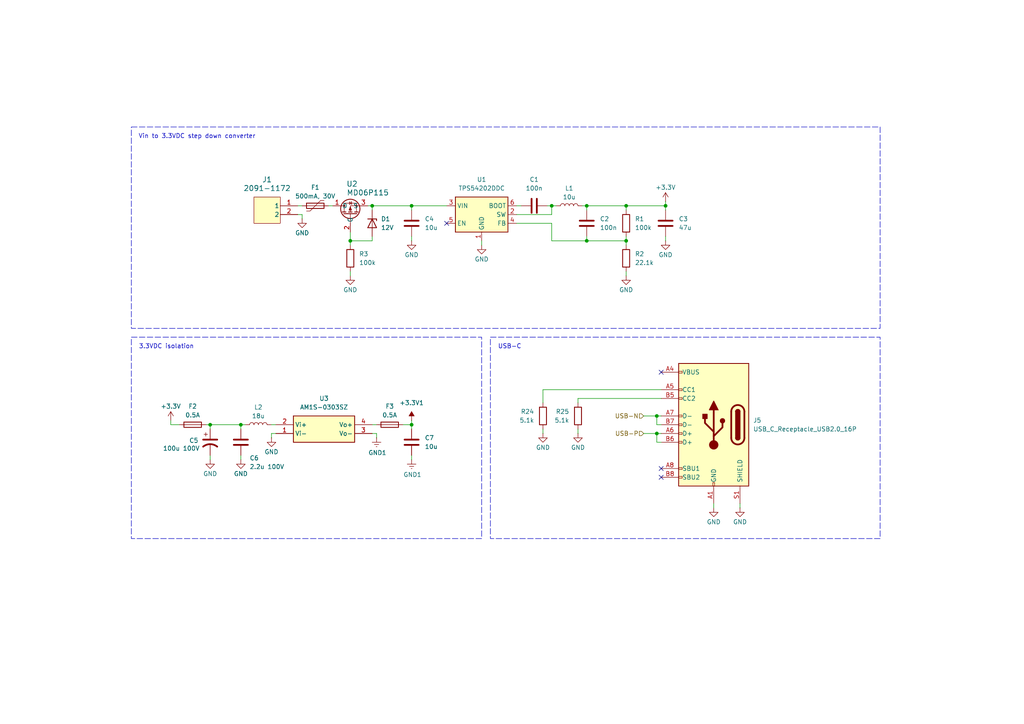
<source format=kicad_sch>
(kicad_sch (version 20231120) (generator "eeschema") (generator_version "8.0")
  (paper "A4")
  (title_block (title "RS485 Isolated Repeater") (date "2025-03-13") (rev "v1.0") (company "Szymon Wąchała"))
  (lib_symbols
    (symbol "2091-1172:2091-1172" (pin_names (offset 0.254))
      (property "Reference" "J" (at 8.89 6.35 0))
      (property "Value" "2091-1172" (at 0 0 0))
      (symbol "2091-1172_1_1"
        (rectangle (start 5.08 2.54) (end 12.7 -5.08) (fill (type background)))
        (pin unspecified line (at 0 0 0) (length 5.08) (name "1") (number "1"))
        (pin unspecified line (at 0 -2.54 0) (length 5.08) (name "2") (number "2"))
      )
      (symbol "2091-1172_1_2"
        (polyline (pts (xy 5.08 -20.32) (xy 12.7 -20.32)) (stroke (width 0.127)))
        (polyline (pts (xy 5.08 2.54) (xy 5.08 -20.32)) (stroke (width 0.127)))
        (polyline (pts (xy 7.62 -17.78) (xy 5.08 -17.78)) (stroke (width 0.127)))
        (polyline (pts (xy 7.62 -17.78) (xy 8.89 -18.6267)) (stroke (width 0.127)))
        (polyline (pts (xy 7.62 -17.78) (xy 8.89 -16.9333)) (stroke (width 0.127)))
        (polyline (pts (xy 7.62 -15.24) (xy 5.08 -15.24)) (stroke (width 0.127)))
        (polyline (pts (xy 7.62 -15.24) (xy 8.89 -16.0867)) (stroke (width 0.127)))
        (polyline (pts (xy 7.62 -15.24) (xy 8.89 -14.3933)) (stroke (width 0.127)))
        (polyline (pts (xy 7.62 -12.7) (xy 5.08 -12.7)) (stroke (width 0.127)))
        (polyline (pts (xy 7.62 -12.7) (xy 8.89 -13.5467)) (stroke (width 0.127)))
        (polyline (pts (xy 7.62 -12.7) (xy 8.89 -11.8533)) (stroke (width 0.127)))
        (polyline (pts (xy 7.62 -10.16) (xy 5.08 -10.16)) (stroke (width 0.127)))
        (polyline (pts (xy 7.62 -10.16) (xy 8.89 -11.0067)) (stroke (width 0.127)))
        (polyline (pts (xy 7.62 -10.16) (xy 8.89 -9.3133)) (stroke (width 0.127)))
        (polyline (pts (xy 7.62 -7.62) (xy 5.08 -7.62)) (stroke (width 0.127)))
        (polyline (pts (xy 7.62 -7.62) (xy 8.89 -8.4667)) (stroke (width 0.127)))
        (polyline (pts (xy 7.62 -7.62) (xy 8.89 -6.7733)) (stroke (width 0.127)))
        (polyline (pts (xy 7.62 -5.08) (xy 5.08 -5.08)) (stroke (width 0.127)))
        (polyline (pts (xy 7.62 -5.08) (xy 8.89 -5.9267)) (stroke (width 0.127)))
        (polyline (pts (xy 7.62 -5.08) (xy 8.89 -4.2333)) (stroke (width 0.127)))
        (polyline (pts (xy 7.62 -2.54) (xy 5.08 -2.54)) (stroke (width 0.127)))
        (polyline (pts (xy 7.62 -2.54) (xy 8.89 -3.3867)) (stroke (width 0.127)))
        (polyline (pts (xy 7.62 -2.54) (xy 8.89 -1.6933)) (stroke (width 0.127)))
        (polyline (pts (xy 7.62 0) (xy 5.08 0)) (stroke (width 0.127)))
        (polyline (pts (xy 7.62 0) (xy 8.89 -0.8467)) (stroke (width 0.127)))
        (polyline (pts (xy 7.62 0) (xy 8.89 0.8467)) (stroke (width 0.127)))
        (polyline (pts (xy 12.7 -20.32) (xy 12.7 2.54)) (stroke (width 0.127)))
        (polyline (pts (xy 12.7 2.54) (xy 5.08 2.54)) (stroke (width 0.127)))
        (pin unspecified line (at 0 0 0) (length 5.08) (name "1") (number "1"))
        (pin unspecified line (at 0 -2.54 0) (length 5.08) (name "2") (number "2"))
        (pin unspecified line (at 0 -5.08 0) (length 5.08) (name "3") (number "3"))
        (pin unspecified line (at 0 -7.62 0) (length 5.08) (name "4") (number "4"))
        (pin unspecified line (at 0 -10.16 0) (length 5.08) (name "5") (number "5"))
        (pin unspecified line (at 0 -12.7 0) (length 5.08) (name "6") (number "6"))
        (pin unspecified line (at 0 -15.24 0) (length 5.08) (name "7") (number "7"))
        (pin unspecified line (at 0 -17.78 0) (length 5.08) (name "8") (number "8"))
      )
    )
    (symbol "AM1S-0303SZ:AM1S-0303SZ"
      (property "Reference" "U" (at -6.604 5.842 0))
      (property "Value" "AM1S-0303SZ" (at -6.604 3.81 0))
      (symbol "AM1S-0303SZ_1_1"
        (rectangle (start -8.89 1.27) (end 8.89 -6.35) (stroke (width 0.254)) (fill (type background)))
        (pin passive line (at -13.97 -3.81 0) (length 5.08) (name "Vi-") (number "1"))
        (pin passive line (at -13.97 -1.27 0) (length 5.08) (name "Vi+") (number "2"))
        (pin passive line (at 13.97 -3.81 180) (length 5.08) (name "Vo-") (number "3"))
        (pin passive line (at 13.97 -1.27 180) (length 5.08) (name "Vo+") (number "4"))
      )
    )
    (symbol "Connector:USB_C_Receptacle_USB2.0_16P" (pin_names (offset 1.016))
      (property "Reference" "J" (at 0 22.225 0))
      (property "Value" "USB_C_Receptacle_USB2.0_16P" (at 0 19.685 0))
      (symbol "USB_C_Receptacle_USB2.0_16P_0_0"
        (rectangle (start -0.254 -17.78) (end 0.254 -16.764))
        (rectangle (start 10.16 -14.986) (end 9.144 -15.494))
        (rectangle (start 10.16 -12.446) (end 9.144 -12.954))
        (rectangle (start 10.16 -4.826) (end 9.144 -5.334))
        (rectangle (start 10.16 -2.286) (end 9.144 -2.794))
        (rectangle (start 10.16 0.254) (end 9.144 -0.254))
        (rectangle (start 10.16 2.794) (end 9.144 2.286))
        (rectangle (start 10.16 7.874) (end 9.144 7.366))
        (rectangle (start 10.16 10.414) (end 9.144 9.906))
        (rectangle (start 10.16 15.494) (end 9.144 14.986))
      )
      (symbol "USB_C_Receptacle_USB2.0_16P_0_1"
        (rectangle (start -10.16 17.78) (end 10.16 -17.78) (stroke (width 0.254)) (fill (type background)))
        (arc (start -8.89 -3.81) (mid -6.985 -5.7067) (end -5.08 -3.81) (stroke (width 0.508)))
        (arc (start -7.62 -3.81) (mid -6.985 -4.4423) (end -6.35 -3.81) (stroke (width 0.254)))
        (arc (start -7.62 -3.81) (mid -6.985 -4.4423) (end -6.35 -3.81) (stroke (width 0.254)) (fill (type outline)))
        (rectangle (start -7.62 -3.81) (end -6.35 3.81) (stroke (width 0.254)) (fill (type outline)))
        (arc (start -6.35 3.81) (mid -6.985 4.4423) (end -7.62 3.81) (stroke (width 0.254)))
        (arc (start -6.35 3.81) (mid -6.985 4.4423) (end -7.62 3.81) (stroke (width 0.254)) (fill (type outline)))
        (arc (start -5.08 3.81) (mid -6.985 5.7067) (end -8.89 3.81) (stroke (width 0.508)))
        (circle (center -2.54 1.143) (radius 0.635) (stroke (width 0.254)) (fill (type outline)))
        (circle (center 0 -5.842) (radius 1.27) (fill (type outline)))
        (polyline (pts (xy -8.89 -3.81) (xy -8.89 3.81)) (stroke (width 0.508)))
        (polyline (pts (xy -5.08 3.81) (xy -5.08 -3.81)) (stroke (width 0.508)))
        (polyline (pts (xy 0 -5.842) (xy 0 4.318)) (stroke (width 0.508)))
        (polyline (pts (xy 0 -3.302) (xy -2.54 -0.762) (xy -2.54 0.508)) (stroke (width 0.508)))
        (polyline (pts (xy 0 -2.032) (xy 2.54 0.508) (xy 2.54 1.778)) (stroke (width 0.508)))
        (polyline (pts (xy -1.27 4.318) (xy 0 6.858) (xy 1.27 4.318) (xy -1.27 4.318)) (stroke (width 0.254)) (fill (type outline)))
        (rectangle (start 1.905 1.778) (end 3.175 3.048) (stroke (width 0.254)) (fill (type outline)))
      )
      (symbol "USB_C_Receptacle_USB2.0_16P_1_1"
        (pin passive line (at 0 -22.86 90) (length 5.08) (name "GND") (number "A1"))
        (pin passive line (at 0 -22.86 90) (length 5.08) hide (name "GND") (number "A12"))
        (pin passive line (at 15.24 15.24 180) (length 5.08) (name "VBUS") (number "A4"))
        (pin bidirectional line (at 15.24 10.16 180) (length 5.08) (name "CC1") (number "A5"))
        (pin bidirectional line (at 15.24 -2.54 180) (length 5.08) (name "D+") (number "A6"))
        (pin bidirectional line (at 15.24 2.54 180) (length 5.08) (name "D-") (number "A7"))
        (pin bidirectional line (at 15.24 -12.7 180) (length 5.08) (name "SBU1") (number "A8"))
        (pin passive line (at 15.24 15.24 180) (length 5.08) hide (name "VBUS") (number "A9"))
        (pin passive line (at 0 -22.86 90) (length 5.08) hide (name "GND") (number "B1"))
        (pin passive line (at 0 -22.86 90) (length 5.08) hide (name "GND") (number "B12"))
        (pin passive line (at 15.24 15.24 180) (length 5.08) hide (name "VBUS") (number "B4"))
        (pin bidirectional line (at 15.24 7.62 180) (length 5.08) (name "CC2") (number "B5"))
        (pin bidirectional line (at 15.24 -5.08 180) (length 5.08) (name "D+") (number "B6"))
        (pin bidirectional line (at 15.24 0 180) (length 5.08) (name "D-") (number "B7"))
        (pin bidirectional line (at 15.24 -15.24 180) (length 5.08) (name "SBU2") (number "B8"))
        (pin passive line (at 15.24 15.24 180) (length 5.08) hide (name "VBUS") (number "B9"))
        (pin passive line (at -7.62 -22.86 90) (length 5.08) (name "SHIELD") (number "S1"))
      )
    )
    (symbol "Device:C" (pin_numbers hide) (pin_names (offset 0.254))
      (property "Reference" "C" (at 0.635 2.54 0))
      (property "Value" "C" (at 0.635 -2.54 0))
      (symbol "C_0_1"
        (polyline (pts (xy -2.032 -0.762) (xy 2.032 -0.762)) (stroke (width 0.508)))
        (polyline (pts (xy -2.032 0.762) (xy 2.032 0.762)) (stroke (width 0.508)))
      )
      (symbol "C_1_1"
        (pin passive line (at 0 3.81 270) (length 2.794) (name "~") (number "1"))
        (pin passive line (at 0 -3.81 90) (length 2.794) (name "~") (number "2"))
      )
    )
    (symbol "Device:C_Polarized_US" (pin_numbers hide) (pin_names (offset 0.254) hide)
      (property "Reference" "C" (at 0.635 2.54 0))
      (property "Value" "C_Polarized_US" (at 0.635 -2.54 0))
      (symbol "C_Polarized_US_0_1"
        (polyline (pts (xy -2.032 0.762) (xy 2.032 0.762)) (stroke (width 0.508)))
        (polyline (pts (xy -1.778 2.286) (xy -0.762 2.286)))
        (polyline (pts (xy -1.27 1.778) (xy -1.27 2.794)))
        (arc (start 2.032 -1.27) (mid 0 -0.5572) (end -2.032 -1.27) (stroke (width 0.508)))
      )
      (symbol "C_Polarized_US_1_1"
        (pin passive line (at 0 3.81 270) (length 2.794) (name "~") (number "1"))
        (pin passive line (at 0 -3.81 90) (length 3.302) (name "~") (number "2"))
      )
    )
    (symbol "Device:D_Zener" (pin_numbers hide) (pin_names (offset 1.016) hide)
      (property "Reference" "D" (at 0 2.54 0))
      (property "Value" "D_Zener" (at 0 -2.54 0))
      (symbol "D_Zener_0_1"
        (polyline (pts (xy 1.27 0) (xy -1.27 0)))
        (polyline (pts (xy -1.27 -1.27) (xy -1.27 1.27) (xy -0.762 1.27)) (stroke (width 0.254)))
        (polyline (pts (xy 1.27 -1.27) (xy 1.27 1.27) (xy -1.27 0) (xy 1.27 -1.27)) (stroke (width 0.254)))
      )
      (symbol "D_Zener_1_1"
        (pin passive line (at -3.81 0 0) (length 2.54) (name "K") (number "1"))
        (pin passive line (at 3.81 0 180) (length 2.54) (name "A") (number "2"))
      )
    )
    (symbol "Device:Fuse" (pin_numbers hide) (pin_names (offset 0))
      (property "Reference" "F" (at 2.032 0 90))
      (property "Value" "Fuse" (at -1.905 0 90))
      (symbol "Fuse_0_1"
        (rectangle (start -0.762 -2.54) (end 0.762 2.54) (stroke (width 0.254)))
        (polyline (pts (xy 0 2.54) (xy 0 -2.54)))
      )
      (symbol "Fuse_1_1"
        (pin passive line (at 0 3.81 270) (length 1.27) (name "~") (number "1"))
        (pin passive line (at 0 -3.81 90) (length 1.27) (name "~") (number "2"))
      )
    )
    (symbol "Device:L" (pin_numbers hide) (pin_names (offset 1.016) hide)
      (property "Reference" "L" (at -1.27 0 90))
      (property "Value" "L" (at 1.905 0 90))
      (symbol "L_0_1"
        (arc (start 0 -2.54) (mid 0.6323 -1.905) (end 0 -1.27))
        (arc (start 0 -1.27) (mid 0.6323 -0.635) (end 0 0))
        (arc (start 0 0) (mid 0.6323 0.635) (end 0 1.27))
        (arc (start 0 1.27) (mid 0.6323 1.905) (end 0 2.54))
      )
      (symbol "L_1_1"
        (pin passive line (at 0 3.81 270) (length 1.27) (name "1") (number "1"))
        (pin passive line (at 0 -3.81 90) (length 1.27) (name "2") (number "2"))
      )
    )
    (symbol "Device:Polyfuse" (pin_numbers hide) (pin_names (offset 0))
      (property "Reference" "F" (at -2.54 0 90))
      (property "Value" "Polyfuse" (at 2.54 0 90))
      (symbol "Polyfuse_0_1"
        (rectangle (start -0.762 2.54) (end 0.762 -2.54) (stroke (width 0.254)))
        (polyline (pts (xy 0 2.54) (xy 0 -2.54)))
        (polyline (pts (xy -1.524 2.54) (xy -1.524 1.524) (xy 1.524 -1.524) (xy 1.524 -2.54)))
      )
      (symbol "Polyfuse_1_1"
        (pin passive line (at 0 3.81 270) (length 1.27) (name "~") (number "1"))
        (pin passive line (at 0 -3.81 90) (length 1.27) (name "~") (number "2"))
      )
    )
    (symbol "Device:R" (pin_numbers hide) (pin_names (offset 0))
      (property "Reference" "R" (at 2.032 0 90))
      (property "Value" "R" (at 0 0 90))
      (symbol "R_0_1"
        (rectangle (start -1.016 -2.54) (end 1.016 2.54) (stroke (width 0.254)))
      )
      (symbol "R_1_1"
        (pin passive line (at 0 3.81 270) (length 1.27) (name "~") (number "1"))
        (pin passive line (at 0 -3.81 90) (length 1.27) (name "~") (number "2"))
      )
    )
    (symbol "MD06P115:MD06P115" (pin_names (offset 0.254))
      (property "Reference" "U" (at 10.668 4.318 0))
      (property "Value" "MD06P115" (at -3.048 -14.732 0))
      (symbol "MD06P115_0_1"
        (polyline (pts (xy 5.334 0) (xy 2.54 0)))
        (polyline (pts (xy 5.334 1.905) (xy 5.334 -1.905)) (stroke (width 0.254)))
        (polyline (pts (xy 5.842 -1.27) (xy 5.842 -2.286)) (stroke (width 0.254)))
        (polyline (pts (xy 5.842 0.508) (xy 5.842 -0.508)) (stroke (width 0.254)))
        (polyline (pts (xy 5.842 2.286) (xy 5.842 1.27)) (stroke (width 0.254)))
        (polyline (pts (xy 7.62 2.54) (xy 7.62 1.778)))
        (polyline (pts (xy 7.62 -2.54) (xy 7.62 0) (xy 5.842 0)))
        (polyline (pts (xy 5.842 1.778) (xy 8.382 1.778) (xy 8.382 -1.778) (xy 5.842 -1.778)))
        (polyline (pts (xy 7.366 0) (xy 6.35 0.381) (xy 6.35 -0.381) (xy 7.366 0)) (fill (type outline)))
        (polyline (pts (xy 7.874 -0.508) (xy 8.001 -0.381) (xy 8.763 -0.381) (xy 8.89 -0.254)))
        (polyline (pts (xy 8.382 -0.381) (xy 8.001 0.254) (xy 8.763 0.254) (xy 8.382 -0.381)))
        (circle (center 6.731 0) (radius 2.794) (stroke (width 0.254)))
        (circle (center 7.62 -1.778) (radius 0.254) (fill (type outline)))
        (circle (center 7.62 1.778) (radius 0.254) (fill (type outline)))
      )
      (symbol "MD06P115_1_1"
        (pin passive line (at 7.62 5.08 270) (length 2.54) (name "D") (number "1"))
        (pin input line (at 0 0 0) (length 2.54) (name "G") (number "2"))
        (pin passive line (at 7.62 -5.08 90) (length 2.54) (name "S") (number "3"))
      )
      (symbol "MD06P115_1_2"
        (polyline (pts (xy 5.08 -20.32) (xy 12.7 -20.32)) (stroke (width 0.127)))
        (polyline (pts (xy 5.08 2.54) (xy 5.08 -20.32)) (stroke (width 0.127)))
        (polyline (pts (xy 7.62 -17.78) (xy 5.08 -17.78)) (stroke (width 0.127)))
        (polyline (pts (xy 7.62 -17.78) (xy 8.89 -18.6267)) (stroke (width 0.127)))
        (polyline (pts (xy 7.62 -17.78) (xy 8.89 -16.9333)) (stroke (width 0.127)))
        (polyline (pts (xy 7.62 -15.24) (xy 5.08 -15.24)) (stroke (width 0.127)))
        (polyline (pts (xy 7.62 -15.24) (xy 8.89 -16.0867)) (stroke (width 0.127)))
        (polyline (pts (xy 7.62 -15.24) (xy 8.89 -14.3933)) (stroke (width 0.127)))
        (polyline (pts (xy 7.62 -12.7) (xy 5.08 -12.7)) (stroke (width 0.127)))
        (polyline (pts (xy 7.62 -12.7) (xy 8.89 -13.5467)) (stroke (width 0.127)))
        (polyline (pts (xy 7.62 -12.7) (xy 8.89 -11.8533)) (stroke (width 0.127)))
        (polyline (pts (xy 7.62 -10.16) (xy 5.08 -10.16)) (stroke (width 0.127)))
        (polyline (pts (xy 7.62 -10.16) (xy 8.89 -11.0067)) (stroke (width 0.127)))
        (polyline (pts (xy 7.62 -10.16) (xy 8.89 -9.3133)) (stroke (width 0.127)))
        (polyline (pts (xy 7.62 -7.62) (xy 5.08 -7.62)) (stroke (width 0.127)))
        (polyline (pts (xy 7.62 -7.62) (xy 8.89 -8.4667)) (stroke (width 0.127)))
        (polyline (pts (xy 7.62 -7.62) (xy 8.89 -6.7733)) (stroke (width 0.127)))
        (polyline (pts (xy 7.62 -5.08) (xy 5.08 -5.08)) (stroke (width 0.127)))
        (polyline (pts (xy 7.62 -5.08) (xy 8.89 -5.9267)) (stroke (width 0.127)))
        (polyline (pts (xy 7.62 -5.08) (xy 8.89 -4.2333)) (stroke (width 0.127)))
        (polyline (pts (xy 7.62 -2.54) (xy 5.08 -2.54)) (stroke (width 0.127)))
        (polyline (pts (xy 7.62 -2.54) (xy 8.89 -3.3867)) (stroke (width 0.127)))
        (polyline (pts (xy 7.62 -2.54) (xy 8.89 -1.6933)) (stroke (width 0.127)))
        (polyline (pts (xy 7.62 0) (xy 5.08 0)) (stroke (width 0.127)))
        (polyline (pts (xy 7.62 0) (xy 8.89 -0.8467)) (stroke (width 0.127)))
        (polyline (pts (xy 7.62 0) (xy 8.89 0.8467)) (stroke (width 0.127)))
        (polyline (pts (xy 12.7 -20.32) (xy 12.7 2.54)) (stroke (width 0.127)))
        (polyline (pts (xy 12.7 2.54) (xy 5.08 2.54)) (stroke (width 0.127)))
        (pin unspecified line (at 0 0 0) (length 5.08) (name "1") (number "1"))
        (pin unspecified line (at 0 -2.54 0) (length 5.08) (name "2") (number "2"))
        (pin unspecified line (at 0 -5.08 0) (length 5.08) (name "3") (number "3"))
        (pin unspecified line (at 0 -7.62 0) (length 5.08) (name "4") (number "4"))
        (pin unspecified line (at 0 -10.16 0) (length 5.08) (name "5") (number "5"))
        (pin unspecified line (at 0 -12.7 0) (length 5.08) (name "6") (number "6"))
        (pin unspecified line (at 0 -15.24 0) (length 5.08) (name "7") (number "7"))
        (pin unspecified line (at 0 -17.78 0) (length 5.08) (name "8") (number "8"))
      )
    )
    (symbol "Regulator_Switching:TPS54202DDC"
      (property "Reference" "U" (at -7.62 6.35 0))
      (property "Value" "TPS54202DDC" (at 0 6.35 0))
      (symbol "TPS54202DDC_0_1"
        (rectangle (start -7.62 5.08) (end 7.62 -5.08) (stroke (width 0.254)) (fill (type background)))
      )
      (symbol "TPS54202DDC_1_1"
        (pin power_in line (at 0 -7.62 90) (length 2.54) (name "GND") (number "1"))
        (pin power_out line (at 10.16 0 180) (length 2.54) (name "SW") (number "2"))
        (pin power_in line (at -10.16 2.54 0) (length 2.54) (name "VIN") (number "3"))
        (pin input line (at 10.16 -2.54 180) (length 2.54) (name "FB") (number "4"))
        (pin input line (at -10.16 -2.54 0) (length 2.54) (name "EN") (number "5"))
        (pin passive line (at 10.16 2.54 180) (length 2.54) (name "BOOT") (number "6"))
      )
    )
    (symbol "power:Earth" (power) (pin_numbers hide) (pin_names (offset 0) hide)
      (property "Value" "Earth" (at 0 -3.81 0))
      (symbol "Earth_0_1"
        (polyline (pts (xy -0.635 -1.905) (xy 0.635 -1.905)))
        (polyline (pts (xy -0.127 -2.54) (xy 0.127 -2.54)))
        (polyline (pts (xy 0 -1.27) (xy 0 0)))
        (polyline (pts (xy 1.27 -1.27) (xy -1.27 -1.27)))
      )
      (symbol "Earth_1_1"
        (pin power_in line (at 0 0 270) (length 0) (name "~") (number "1"))
      )
    )
    (symbol "power:GND" (power) (pin_numbers hide) (pin_names (offset 0) hide)
      (property "Value" "GND" (at 0 -3.81 0))
      (symbol "GND_0_1"
        (polyline (pts (xy 0 0) (xy 0 -1.27) (xy 1.27 -1.27) (xy 0 -2.54) (xy -1.27 -1.27) (xy 0 -1.27)))
      )
      (symbol "GND_1_1"
        (pin power_in line (at 0 0 270) (length 0) (name "~") (number "1"))
      )
    )
    (symbol "power:VCC" (power) (pin_numbers hide) (pin_names (offset 0) hide)
      (property "Value" "VCC" (at 0 3.556 0))
      (symbol "VCC_0_1"
        (polyline (pts (xy -0.762 1.27) (xy 0 2.54)))
        (polyline (pts (xy 0 0) (xy 0 2.54)))
        (polyline (pts (xy 0 2.54) (xy 0.762 1.27)))
      )
      (symbol "VCC_1_1"
        (pin power_in line (at 0 0 90) (length 0) (name "~") (number "1"))
      )
    )
    (symbol "power:VSS" (power) (pin_numbers hide) (pin_names (offset 0) hide)
      (property "Value" "VSS" (at 0 3.556 0))
      (symbol "VSS_0_1"
        (polyline (pts (xy 0 0) (xy 0 2.54)))
        (polyline (pts (xy 0.762 1.27) (xy -0.762 1.27) (xy 0 2.54) (xy 0.762 1.27)) (fill (type outline)))
      )
      (symbol "VSS_1_1"
        (pin power_in line (at 0 0 90) (length 0) (name "~") (number "1"))
      )
    )
  )
  (junction (at 190.5 120.65))
  (junction (at 119.38 59.69))
  (junction (at 101.6 69.85))
  (junction (at 170.18 69.85))
  (junction (at 181.61 59.69))
  (junction (at 69.85 123.19))
  (junction (at 119.38 123.19))
  (junction (at 60.96 123.19))
  (junction (at 181.61 69.85))
  (junction (at 170.18 59.69))
  (junction (at 107.95 59.69))
  (junction (at 190.5 125.73))
  (junction (at 160.02 59.69))
  (junction (at 193.04 59.69))
  (no_connect (at 191.77 135.89))
  (no_connect (at 191.77 107.95))
  (no_connect (at 191.77 138.43))
  (no_connect (at 129.54 64.77))
  (wire (pts (xy 119.38 121.92) (xy 119.38 123.19)))
  (wire (pts (xy 167.64 124.46) (xy 167.64 125.73)))
  (wire (pts (xy 157.48 116.84) (xy 157.48 113.03)))
  (wire (pts (xy 167.64 116.84) (xy 167.64 115.57)))
  (wire (pts (xy 109.22 125.73) (xy 107.95 125.73)))
  (wire (pts (xy 69.85 124.46) (xy 69.85 123.19)))
  (wire (pts (xy 193.04 58.42) (xy 193.04 59.69)))
  (wire (pts (xy 149.86 62.23) (xy 160.02 62.23)))
  (wire (pts (xy 181.61 59.69) (xy 193.04 59.69)))
  (wire (pts (xy 69.85 123.19) (xy 71.12 123.19)))
  (wire (pts (xy 191.77 123.19) (xy 190.5 123.19)))
  (wire (pts (xy 107.95 69.85) (xy 101.6 69.85)))
  (wire (pts (xy 119.38 68.58) (xy 119.38 69.85)))
  (wire (pts (xy 214.63 146.05) (xy 214.63 147.32)))
  (wire (pts (xy 109.22 127) (xy 109.22 125.73)))
  (wire (pts (xy 181.61 60.96) (xy 181.61 59.69)))
  (wire (pts (xy 87.63 62.23) (xy 87.63 63.5)))
  (wire (pts (xy 139.7 69.85) (xy 139.7 71.12)))
  (wire (pts (xy 78.74 125.73) (xy 80.01 125.73)))
  (wire (pts (xy 86.36 59.69) (xy 87.63 59.69)))
  (wire (pts (xy 193.04 68.58) (xy 193.04 69.85)))
  (wire (pts (xy 160.02 69.85) (xy 170.18 69.85)))
  (wire (pts (xy 49.53 121.92) (xy 49.53 123.19)))
  (wire (pts (xy 69.85 132.08) (xy 69.85 133.35)))
  (wire (pts (xy 170.18 68.58) (xy 170.18 69.85)))
  (wire (pts (xy 60.96 123.19) (xy 59.69 123.19)))
  (wire (pts (xy 157.48 113.03) (xy 191.77 113.03)))
  (wire (pts (xy 186.69 125.73) (xy 190.5 125.73)))
  (wire (pts (xy 160.02 62.23) (xy 160.02 59.69)))
  (wire (pts (xy 78.74 123.19) (xy 80.01 123.19)))
  (wire (pts (xy 119.38 123.19) (xy 119.38 124.46)))
  (wire (pts (xy 167.64 115.57) (xy 191.77 115.57)))
  (wire (pts (xy 149.86 59.69) (xy 151.13 59.69)))
  (wire (pts (xy 101.6 67.31) (xy 101.6 69.85)))
  (wire (pts (xy 191.77 128.27) (xy 190.5 128.27)))
  (wire (pts (xy 60.96 132.08) (xy 60.96 133.35)))
  (wire (pts (xy 193.04 60.96) (xy 193.04 59.69)))
  (wire (pts (xy 158.75 59.69) (xy 160.02 59.69)))
  (wire (pts (xy 168.91 59.69) (xy 170.18 59.69)))
  (wire (pts (xy 186.69 120.65) (xy 190.5 120.65)))
  (wire (pts (xy 86.36 62.23) (xy 87.63 62.23)))
  (wire (pts (xy 60.96 124.46) (xy 60.96 123.19)))
  (wire (pts (xy 119.38 60.96) (xy 119.38 59.69)))
  (wire (pts (xy 95.25 59.69) (xy 96.52 59.69)))
  (wire (pts (xy 107.95 123.19) (xy 109.22 123.19)))
  (wire (pts (xy 181.61 68.58) (xy 181.61 69.85)))
  (wire (pts (xy 119.38 59.69) (xy 129.54 59.69)))
  (wire (pts (xy 49.53 123.19) (xy 52.07 123.19)))
  (wire (pts (xy 106.68 59.69) (xy 107.95 59.69)))
  (wire (pts (xy 190.5 125.73) (xy 191.77 125.73)))
  (wire (pts (xy 181.61 59.69) (xy 170.18 59.69)))
  (wire (pts (xy 107.95 68.58) (xy 107.95 69.85)))
  (wire (pts (xy 69.85 123.19) (xy 60.96 123.19)))
  (wire (pts (xy 107.95 59.69) (xy 119.38 59.69)))
  (wire (pts (xy 160.02 64.77) (xy 160.02 69.85)))
  (wire (pts (xy 101.6 78.74) (xy 101.6 80.01)))
  (wire (pts (xy 170.18 69.85) (xy 181.61 69.85)))
  (wire (pts (xy 181.61 78.74) (xy 181.61 80.01)))
  (wire (pts (xy 160.02 59.69) (xy 161.29 59.69)))
  (wire (pts (xy 116.84 123.19) (xy 119.38 123.19)))
  (wire (pts (xy 190.5 120.65) (xy 191.77 120.65)))
  (wire (pts (xy 107.95 60.96) (xy 107.95 59.69)))
  (wire (pts (xy 119.38 132.08) (xy 119.38 133.35)))
  (wire (pts (xy 190.5 128.27) (xy 190.5 125.73)))
  (wire (pts (xy 157.48 124.46) (xy 157.48 125.73)))
  (wire (pts (xy 190.5 120.65) (xy 190.5 123.19)))
  (wire (pts (xy 207.01 146.05) (xy 207.01 147.32)))
  (wire (pts (xy 149.86 64.77) (xy 160.02 64.77)))
  (wire (pts (xy 181.61 69.85) (xy 181.61 71.12)))
  (wire (pts (xy 78.74 127) (xy 78.74 125.73)))
  (wire (pts (xy 170.18 59.69) (xy 170.18 60.96)))
  (wire (pts (xy 101.6 69.85) (xy 101.6 71.12)))
  (rectangle (start 38.1 36.83) (end 255.27 95.25) (stroke (width 0) (type dash)))
  (rectangle (start 142.24 97.79) (end 255.27 156.21) (stroke (width 0) (type dash)))
  (rectangle (start 38.1 97.79) (end 139.7 156.21) (stroke (width 0) (type dash)))
  (text "Vin to 3.3VDC step down converter" (at 57.15 39.624 0) (effects (font (size 1.27 1.27))))
  (text "USB-C" (at 147.828 100.584 0) (effects (font (size 1.27 1.27))))
  (text "3.3VDC isolation" (at 48.26 100.584 0) (effects (font (size 1.27 1.27))))
  (hierarchical_label "USB-N" (shape input) (at 186.69 120.65 180))
  (hierarchical_label "USB-P" (shape input) (at 186.69 125.73 180))
  (symbol (lib_id "Device:C") (at 170.18 64.77 180) (unit 1)
    (property "Reference" "C2" (at 173.99 63.4999 0) (effects (justify right)))
    (property "Value" "100n" (at 173.99 66.0399 0) (effects (justify right)))
    (property "Footprint" "Capacitor_SMD:C_0805_2012Metric" (effects (hide yes)))
    (property "Description" "Unpolarized capacitor" (effects (hide yes)))
  )
  (symbol (lib_id "Device:Polyfuse") (at 91.44 59.69 90) (unit 1)
    (property "Reference" "F1" (at 91.44 54.356 90))
    (property "Value" "500mA, 30V" (at 91.44 56.896 90))
    (property "Footprint" "Fuse:Fuse_1812_4532Metric" (effects (hide yes)))
    (property "Description" "Resettable fuse, polymeric positive temperature coefficient" (effects (hide yes)))
  )
  (symbol (lib_id "Device:D_Zener") (at 107.95 64.77 270) (unit 1)
    (property "Reference" "D1" (at 110.49 63.4999 90) (effects (justify left)))
    (property "Value" "12V" (at 110.49 66.0399 90) (effects (justify left)))
    (property "Footprint" "Diode_SMD:D_SMA" (effects (hide yes)))
    (property "Description" "Zener diode" (effects (hide yes)))
  )
  (symbol (lib_id "Device:C") (at 119.38 64.77 180) (unit 1)
    (property "Reference" "C4" (at 123.19 63.4999 0) (effects (justify right)))
    (property "Value" "10u" (at 123.19 66.0399 0) (effects (justify right)))
    (property "Footprint" "Capacitor_SMD:C_1206_3216Metric" (effects (hide yes)))
    (property "Description" "Unpolarized capacitor" (effects (hide yes)))
  )
  (symbol (lib_id "power:GND") (at 181.61 80.01 0) (unit 1)
    (property "Reference" "#PWR01" (effects (hide yes)))
    (property "Value" "GND" (at 181.61 84.074 0))
    (property "Description" "Power symbol creates a global label with name \"GND\" , ground" (effects (hide yes)))
  )
  (symbol (lib_id "Device:C") (at 154.94 59.69 90) (unit 1)
    (property "Reference" "C1" (at 154.94 52.07 90))
    (property "Value" "100n" (at 154.94 54.61 90))
    (property "Footprint" "Capacitor_SMD:C_0805_2012Metric" (effects (hide yes)))
    (property "Description" "Unpolarized capacitor" (effects (hide yes)))
  )
  (symbol (lib_id "power:GND") (at 101.6 80.01 0) (unit 1)
    (property "Reference" "#PWR05" (effects (hide yes)))
    (property "Value" "GND" (at 101.6 84.074 0))
    (property "Description" "Power symbol creates a global label with name \"GND\" , ground" (effects (hide yes)))
  )
  (symbol (lib_id "power:VSS") (at 119.38 121.92 0) (unit 1)
    (property "Reference" "#PWR014" (effects (hide yes)))
    (property "Value" "+3.3V1" (at 119.38 116.84 0))
    (property "Description" "Power symbol creates a global label with name \"VSS\"" (effects (hide yes)))
  )
  (symbol (lib_id "AM1S-0303SZ:AM1S-0303SZ") (at 93.98 121.92 0) (unit 1)
    (property "Reference" "U3" (at 93.98 115.57 0))
    (property "Value" "AM1S-0303SZ" (at 93.98 118.11 0))
    (property "Footprint" "AM1S-0303SZ:SON50P300X200X60-9N" (effects (hide yes)))
    (property "Datasheet" "https://www.tme.eu/Document/7c8397475470cad706e63d15d1f66689/AM1S-Z.pdf" (effects (hide yes)))
    (property "Description" "Isolated DC/DC converter" (effects (hide yes)))
    (property "Height" "0.6" (effects (hide yes)))
    (property "Manufacturer_Name" "Winbond" (effects (hide yes)))
    (property "Manufacturer_Part_Number" "W25Q16JVUXIQ TR" (effects (hide yes)))
  )
  (symbol (lib_id "Device:R") (at 157.48 120.65 0) (mirror y) (unit 1)
    (property "Reference" "R24" (at 154.94 119.3799 0) (effects (justify left)))
    (property "Value" "5.1k" (at 154.94 121.9199 0) (effects (justify left)))
    (property "Footprint" "Resistor_SMD:R_0805_2012Metric" (effects (hide yes)))
    (property "Description" "Resistor" (effects (hide yes)))
  )
  (symbol (lib_id "Device:L") (at 165.1 59.69 90) (unit 1)
    (property "Reference" "L1" (at 165.1 54.61 90))
    (property "Value" "10u" (at 165.1 57.15 90))
    (property "Footprint" "Inductor_SMD:L_12x12mm_H4.5mm" (effects (hide yes)))
    (property "Description" "Inductor" (effects (hide yes)))
  )
  (symbol (lib_id "Device:Fuse") (at 113.03 123.19 90) (unit 1)
    (property "Reference" "F3" (at 113.03 117.856 90))
    (property "Value" "0.5A" (at 113.03 120.396 90))
    (property "Footprint" "Fuse:Fuse_1206_3216Metric" (effects (hide yes)))
    (property "Description" "Fuse" (effects (hide yes)))
  )
  (symbol (lib_id "power:GND") (at 207.01 147.32 0) (unit 1)
    (property "Reference" "#PWR070" (effects (hide yes)))
    (property "Value" "GND" (at 207.01 151.384 0))
    (property "Description" "Power symbol creates a global label with name \"GND\" , ground" (effects (hide yes)))
  )
  (symbol (lib_id "Connector:USB_C_Receptacle_USB2.0_16P") (at 207.01 123.19 0) (mirror y) (unit 1)
    (property "Reference" "J5" (at 218.44 121.9199 0) (effects (justify right)))
    (property "Value" "USB_C_Receptacle_USB2.0_16P" (at 218.44 124.4599 0) (effects (justify right)))
    (property "Footprint" "Connector_USB:USB_C_Receptacle_GCT_USB4105-xx-A_16P_TopMnt_Horizontal" (effects (hide yes)))
    (property "Datasheet" "https://www.usb.org/sites/default/files/documents/usb_type-c.zip" (effects (hide yes)))
    (property "Description" "USB 2.0-only 16P Type-C Receptacle connector" (effects (hide yes)))
  )
  (symbol (lib_id "Device:L") (at 74.93 123.19 90) (unit 1)
    (property "Reference" "L2" (at 74.93 118.11 90))
    (property "Value" "18u" (at 74.93 120.65 90))
    (property "Footprint" "Inductor_SMD:L_Ferrocore_DLG-0504" (effects (hide yes)))
    (property "Description" "Inductor" (effects (hide yes)))
  )
  (symbol (lib_id "Regulator_Switching:TPS54202DDC") (at 139.7 62.23 0) (unit 1)
    (property "Reference" "U1" (at 139.7 52.07 0))
    (property "Value" "TPS54202DDC" (at 139.7 54.61 0))
    (property "Footprint" "Package_TO_SOT_SMD:SOT-23-6" (effects (hide yes)))
    (property "Datasheet" "http://www.ti.com/lit/ds/symlink/tps54202.pdf" (effects (hide yes)))
    (property "Description" "2A, 4.5 to 28V Input, EMI Friendly integrated switch synchronous step-down regulator, pulse-skipping, SOT-23-6" (effects (hide yes)))
  )
  (symbol (lib_id "power:GND") (at 193.04 69.85 0) (unit 1)
    (property "Reference" "#PWR03" (effects (hide yes)))
    (property "Value" "GND" (at 193.04 73.914 0))
    (property "Description" "Power symbol creates a global label with name \"GND\" , ground" (effects (hide yes)))
  )
  (symbol (lib_id "power:GND") (at 119.38 69.85 0) (unit 1)
    (property "Reference" "#PWR04" (effects (hide yes)))
    (property "Value" "GND" (at 119.38 73.914 0))
    (property "Description" "Power symbol creates a global label with name \"GND\" , ground" (effects (hide yes)))
  )
  (symbol (lib_id "power:GND") (at 69.85 133.35 0) (unit 1)
    (property "Reference" "#PWR010" (effects (hide yes)))
    (property "Value" "GND" (at 69.85 137.414 0))
    (property "Description" "Power symbol creates a global label with name \"GND\" , ground" (effects (hide yes)))
  )
  (symbol (lib_id "power:GND") (at 87.63 63.5 0) (unit 1)
    (property "Reference" "#PWR012" (effects (hide yes)))
    (property "Value" "GND" (at 87.63 67.564 0))
    (property "Description" "Power symbol creates a global label with name \"GND\" , ground" (effects (hide yes)))
  )
  (symbol (lib_id "Device:R") (at 181.61 74.93 0) (unit 1)
    (property "Reference" "R2" (at 184.15 73.6599 0) (effects (justify left)))
    (property "Value" "22.1k" (at 184.15 76.1999 0) (effects (justify left)))
    (property "Footprint" "Resistor_SMD:R_0805_2012Metric" (effects (hide yes)))
    (property "Description" "Resistor" (effects (hide yes)))
  )
  (symbol (lib_id "Device:R") (at 167.64 120.65 0) (mirror y) (unit 1)
    (property "Reference" "R25" (at 165.1 119.3799 0) (effects (justify left)))
    (property "Value" "5.1k" (at 165.1 121.9199 0) (effects (justify left)))
    (property "Footprint" "Resistor_SMD:R_0805_2012Metric" (effects (hide yes)))
    (property "Description" "Resistor" (effects (hide yes)))
  )
  (symbol (lib_id "power:VCC") (at 193.04 58.42 0) (unit 1)
    (property "Reference" "#PWR06" (effects (hide yes)))
    (property "Value" "+3.3V" (at 193.04 54.356 0))
    (property "Description" "Power symbol creates a global label with name \"VCC\"" (effects (hide yes)))
  )
  (symbol (lib_id "power:GND") (at 60.96 133.35 0) (unit 1)
    (property "Reference" "#PWR09" (effects (hide yes)))
    (property "Value" "GND" (at 60.96 137.414 0))
    (property "Description" "Power symbol creates a global label with name \"GND\" , ground" (effects (hide yes)))
  )
  (symbol (lib_id "Device:C") (at 119.38 128.27 180) (unit 1)
    (property "Reference" "C7" (at 123.19 126.9999 0) (effects (justify right)))
    (property "Value" "10u" (at 123.19 129.5399 0) (effects (justify right)))
    (property "Footprint" "Capacitor_SMD:C_1206_3216Metric" (effects (hide yes)))
    (property "Description" "Unpolarized capacitor" (effects (hide yes)))
  )
  (symbol (lib_id "power:GND") (at 157.48 125.73 0) (unit 1)
    (property "Reference" "#PWR067" (effects (hide yes)))
    (property "Value" "GND" (at 157.48 129.794 0))
    (property "Description" "Power symbol creates a global label with name \"GND\" , ground" (effects (hide yes)))
  )
  (symbol (lib_id "power:GND") (at 78.74 127 0) (unit 1)
    (property "Reference" "#PWR08" (effects (hide yes)))
    (property "Value" "GND" (at 78.74 131.064 0))
    (property "Description" "Power symbol creates a global label with name \"GND\" , ground" (effects (hide yes)))
  )
  (symbol (lib_id "Device:R") (at 101.6 74.93 0) (unit 1)
    (property "Reference" "R3" (at 104.14 73.6599 0) (effects (justify left)))
    (property "Value" "100k" (at 104.14 76.1999 0) (effects (justify left)))
    (property "Footprint" "Resistor_SMD:R_0805_2012Metric" (effects (hide yes)))
    (property "Description" "Resistor" (effects (hide yes)))
  )
  (symbol (lib_id "power:Earth") (at 109.22 127 0) (unit 1)
    (property "Reference" "#PWR011" (effects (hide yes)))
    (property "Value" "GND1" (at 109.474 131.318 0))
    (property "Description" "Power symbol creates a global label with name \"Earth\"" (effects (hide yes)))
  )
  (symbol (lib_id "MD06P115:MD06P115") (at 101.6 67.31 90) (unit 1)
    (property "Reference" "U2" (at 102.108 53.34 90) (effects (font (size 1.524 1.524))))
    (property "Value" "MD06P115" (at 106.68 55.88 90) (effects (font (size 1.524 1.524))))
    (property "Footprint" "MD06P115:MD06P115" (effects (hide yes)))
    (property "Datasheet" "MD06P115" (effects (hide yes)))
  )
  (symbol (lib_id "Device:Fuse") (at 55.88 123.19 90) (unit 1)
    (property "Reference" "F2" (at 55.88 117.856 90))
    (property "Value" "0.5A" (at 55.88 120.396 90))
    (property "Footprint" "Fuse:Fuse_1206_3216Metric" (effects (hide yes)))
    (property "Description" "Fuse" (effects (hide yes)))
  )
  (symbol (lib_id "Device:R") (at 181.61 64.77 0) (unit 1)
    (property "Reference" "R1" (at 184.15 63.4999 0) (effects (justify left)))
    (property "Value" "100k" (at 184.15 66.0399 0) (effects (justify left)))
    (property "Footprint" "Resistor_SMD:R_0805_2012Metric" (effects (hide yes)))
    (property "Description" "Resistor" (effects (hide yes)))
  )
  (symbol (lib_id "power:VCC") (at 49.53 121.92 0) (unit 1)
    (property "Reference" "#PWR07" (effects (hide yes)))
    (property "Value" "+3.3V" (at 49.53 117.856 0))
    (property "Description" "Power symbol creates a global label with name \"VCC\"" (effects (hide yes)))
  )
  (symbol (lib_id "power:Earth") (at 119.38 133.35 0) (unit 1)
    (property "Reference" "#PWR013" (effects (hide yes)))
    (property "Value" "GND1" (at 119.634 137.668 0))
    (property "Description" "Power symbol creates a global label with name \"Earth\"" (effects (hide yes)))
  )
  (symbol (lib_id "2091-1172:2091-1172") (at 86.36 59.69 0) (mirror y) (unit 1)
    (property "Reference" "J1" (at 77.47 52.07 0) (effects (font (size 1.524 1.524))))
    (property "Value" "2091-1172" (at 77.47 54.61 0) (effects (font (size 1.524 1.524))))
    (property "Footprint" "2091-1172:2091-1172" (effects (hide yes)))
    (property "Datasheet" "2091-1172" (effects (hide yes)))
  )
  (symbol (lib_id "Device:C_Polarized_US") (at 60.96 128.27 0) (unit 1)
    (property "Reference" "C5" (at 54.864 127.762 0) (effects (justify left)))
    (property "Value" "100u 100V" (at 47.244 130.048 0) (effects (justify left)))
    (property "Footprint" "Capacitor_THT:CP_Radial_D10.0mm_P5.00mm" (effects (hide yes)))
    (property "Description" "Polarized capacitor, US symbol" (effects (hide yes)))
  )
  (symbol (lib_id "power:GND") (at 214.63 147.32 0) (unit 1)
    (property "Reference" "#PWR071" (effects (hide yes)))
    (property "Value" "GND" (at 214.63 151.384 0))
    (property "Description" "Power symbol creates a global label with name \"GND\" , ground" (effects (hide yes)))
  )
  (symbol (lib_id "Device:C") (at 193.04 64.77 180) (unit 1)
    (property "Reference" "C3" (at 196.85 63.4999 0) (effects (justify right)))
    (property "Value" "47u" (at 196.85 66.0399 0) (effects (justify right)))
    (property "Footprint" "Capacitor_SMD:C_1206_3216Metric" (effects (hide yes)))
    (property "Description" "Unpolarized capacitor" (effects (hide yes)))
  )
  (symbol (lib_id "power:GND") (at 167.64 125.73 0) (unit 1)
    (property "Reference" "#PWR069" (effects (hide yes)))
    (property "Value" "GND" (at 167.64 129.794 0))
    (property "Description" "Power symbol creates a global label with name \"GND\" , ground" (effects (hide yes)))
  )
  (symbol (lib_id "Device:C") (at 69.85 128.27 0) (unit 1)
    (property "Reference" "C6" (at 72.39 132.842 0) (effects (justify left)))
    (property "Value" "2.2u 100V" (at 72.39 135.382 0) (effects (justify left)))
    (property "Footprint" "Capacitor_SMD:C_1210_3225Metric" (effects (hide yes)))
    (property "Description" "Unpolarized capacitor" (effects (hide yes)))
  )
  (symbol (lib_id "power:GND") (at 139.7 71.12 0) (unit 1)
    (property "Reference" "#PWR02" (effects (hide yes)))
    (property "Value" "GND" (at 139.7 75.184 0))
    (property "Description" "Power symbol creates a global label with name \"GND\" , ground" (effects (hide yes)))
  )
)
</source>
